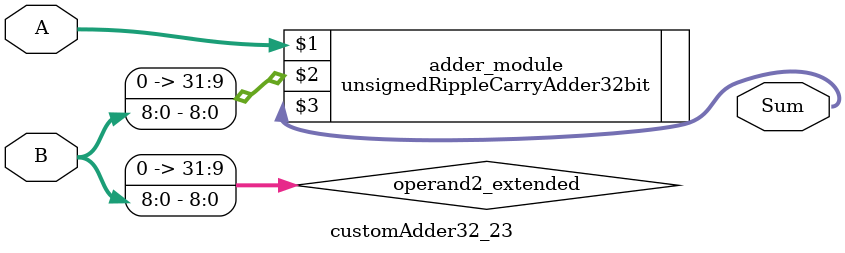
<source format=v>

module customAdder32_23(
                    input [31 : 0] A,
                    input [8 : 0] B,
                    
                    output [32 : 0] Sum
            );

    wire [31 : 0] operand2_extended;
    
    assign operand2_extended =  {23'b0, B};
    
    unsignedRippleCarryAdder32bit adder_module(
        A,
        operand2_extended,
        Sum
    );
    
endmodule
        
</source>
